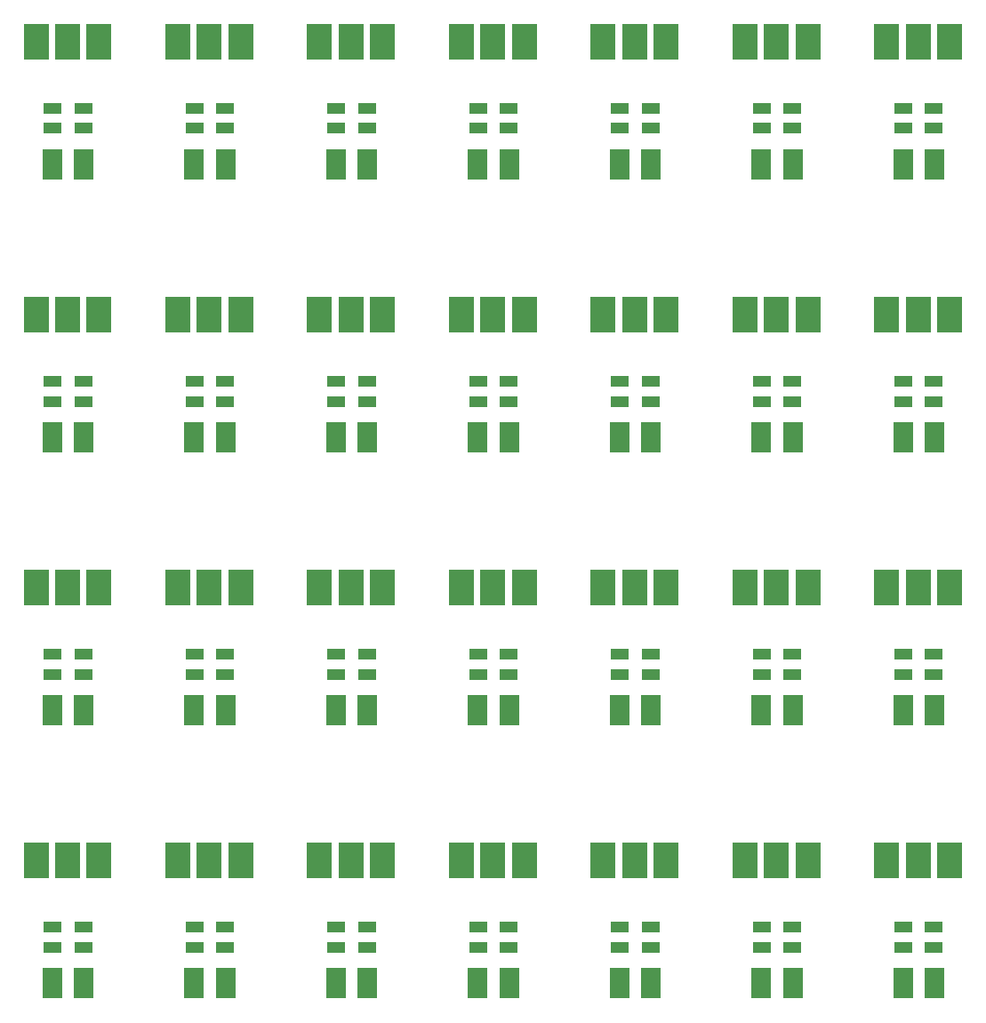
<source format=gbs>
G04 #@! TF.FileFunction,Soldermask,Bot*
%FSLAX46Y46*%
G04 Gerber Fmt 4.6, Leading zero omitted, Abs format (unit mm)*
G04 Created by KiCad (PCBNEW 4.0.5) date 03/17/17 16:41:40*
%MOMM*%
%LPD*%
G01*
G04 APERTURE LIST*
%ADD10C,0.100000*%
%ADD11R,2.400000X3.400000*%
%ADD12R,1.700000X1.100000*%
%ADD13R,1.900000X3.000000*%
G04 APERTURE END LIST*
D10*
D11*
X117900000Y-95600000D03*
X114900000Y-95600000D03*
X111900000Y-95600000D03*
X117900000Y-69600000D03*
X114900000Y-69600000D03*
X111900000Y-69600000D03*
D12*
X113500000Y-75950000D03*
X113500000Y-77850000D03*
X116400000Y-77850000D03*
X116400000Y-75950000D03*
D13*
X116450000Y-81250000D03*
X113450000Y-81250000D03*
X116450000Y-55250000D03*
X113450000Y-55250000D03*
D12*
X116400000Y-51850000D03*
X116400000Y-49950000D03*
X113500000Y-49950000D03*
X113500000Y-51850000D03*
D11*
X117900000Y-43600000D03*
X114900000Y-43600000D03*
X111900000Y-43600000D03*
X158400000Y-69600000D03*
X155400000Y-69600000D03*
X152400000Y-69600000D03*
D12*
X154000000Y-75950000D03*
X154000000Y-77850000D03*
X156900000Y-77850000D03*
X156900000Y-75950000D03*
D13*
X156950000Y-81250000D03*
X153950000Y-81250000D03*
X156950000Y-55250000D03*
X153950000Y-55250000D03*
D12*
X156900000Y-51850000D03*
X156900000Y-49950000D03*
X154000000Y-49950000D03*
X154000000Y-51850000D03*
D11*
X158400000Y-43600000D03*
X155400000Y-43600000D03*
X152400000Y-43600000D03*
X144900000Y-43600000D03*
X141900000Y-43600000D03*
X138900000Y-43600000D03*
D12*
X140500000Y-49950000D03*
X140500000Y-51850000D03*
X143400000Y-51850000D03*
X143400000Y-49950000D03*
D13*
X143450000Y-55250000D03*
X140450000Y-55250000D03*
X143450000Y-81250000D03*
X140450000Y-81250000D03*
D12*
X143400000Y-77850000D03*
X143400000Y-75950000D03*
X140500000Y-75950000D03*
X140500000Y-77850000D03*
D11*
X144900000Y-69600000D03*
X141900000Y-69600000D03*
X138900000Y-69600000D03*
X131400000Y-69600000D03*
X128400000Y-69600000D03*
X125400000Y-69600000D03*
D12*
X127000000Y-75950000D03*
X127000000Y-77850000D03*
X129900000Y-77850000D03*
X129900000Y-75950000D03*
D13*
X129950000Y-81250000D03*
X126950000Y-81250000D03*
X129950000Y-55250000D03*
X126950000Y-55250000D03*
D12*
X129900000Y-51850000D03*
X129900000Y-49950000D03*
X127000000Y-49950000D03*
X127000000Y-51850000D03*
D11*
X131400000Y-43600000D03*
X128400000Y-43600000D03*
X125400000Y-43600000D03*
X185400000Y-43600000D03*
X182400000Y-43600000D03*
X179400000Y-43600000D03*
D12*
X181000000Y-49950000D03*
X181000000Y-51850000D03*
X183900000Y-51850000D03*
X183900000Y-49950000D03*
D13*
X183950000Y-55250000D03*
X180950000Y-55250000D03*
X183950000Y-81250000D03*
X180950000Y-81250000D03*
D12*
X183900000Y-77850000D03*
X183900000Y-75950000D03*
X181000000Y-75950000D03*
X181000000Y-77850000D03*
D11*
X185400000Y-69600000D03*
X182400000Y-69600000D03*
X179400000Y-69600000D03*
X198900000Y-69600000D03*
X195900000Y-69600000D03*
X192900000Y-69600000D03*
D12*
X194500000Y-75950000D03*
X194500000Y-77850000D03*
X197400000Y-77850000D03*
X197400000Y-75950000D03*
D13*
X197450000Y-81250000D03*
X194450000Y-81250000D03*
X197450000Y-55250000D03*
X194450000Y-55250000D03*
D12*
X197400000Y-51850000D03*
X197400000Y-49950000D03*
X194500000Y-49950000D03*
X194500000Y-51850000D03*
D11*
X198900000Y-43600000D03*
X195900000Y-43600000D03*
X192900000Y-43600000D03*
X171900000Y-43600000D03*
X168900000Y-43600000D03*
X165900000Y-43600000D03*
D12*
X167500000Y-49950000D03*
X167500000Y-51850000D03*
X170400000Y-51850000D03*
X170400000Y-49950000D03*
D13*
X170450000Y-55250000D03*
X167450000Y-55250000D03*
X170450000Y-81250000D03*
X167450000Y-81250000D03*
D12*
X170400000Y-77850000D03*
X170400000Y-75950000D03*
X167500000Y-75950000D03*
X167500000Y-77850000D03*
D11*
X171900000Y-69600000D03*
X168900000Y-69600000D03*
X165900000Y-69600000D03*
X171900000Y-121600000D03*
X168900000Y-121600000D03*
X165900000Y-121600000D03*
D12*
X167500000Y-127950000D03*
X167500000Y-129850000D03*
X170400000Y-129850000D03*
X170400000Y-127950000D03*
D13*
X170450000Y-133250000D03*
X167450000Y-133250000D03*
X170450000Y-107250000D03*
X167450000Y-107250000D03*
D12*
X170400000Y-103850000D03*
X170400000Y-101950000D03*
X167500000Y-101950000D03*
X167500000Y-103850000D03*
D11*
X171900000Y-95600000D03*
X168900000Y-95600000D03*
X165900000Y-95600000D03*
X198900000Y-95600000D03*
X195900000Y-95600000D03*
X192900000Y-95600000D03*
D12*
X194500000Y-101950000D03*
X194500000Y-103850000D03*
X197400000Y-103850000D03*
X197400000Y-101950000D03*
D13*
X197450000Y-107250000D03*
X194450000Y-107250000D03*
X197450000Y-133250000D03*
X194450000Y-133250000D03*
D12*
X197400000Y-129850000D03*
X197400000Y-127950000D03*
X194500000Y-127950000D03*
X194500000Y-129850000D03*
D11*
X198900000Y-121600000D03*
X195900000Y-121600000D03*
X192900000Y-121600000D03*
X185400000Y-121600000D03*
X182400000Y-121600000D03*
X179400000Y-121600000D03*
D12*
X181000000Y-127950000D03*
X181000000Y-129850000D03*
X183900000Y-129850000D03*
X183900000Y-127950000D03*
D13*
X183950000Y-133250000D03*
X180950000Y-133250000D03*
X183950000Y-107250000D03*
X180950000Y-107250000D03*
D12*
X183900000Y-103850000D03*
X183900000Y-101950000D03*
X181000000Y-101950000D03*
X181000000Y-103850000D03*
D11*
X185400000Y-95600000D03*
X182400000Y-95600000D03*
X179400000Y-95600000D03*
X131400000Y-95600000D03*
X128400000Y-95600000D03*
X125400000Y-95600000D03*
D12*
X127000000Y-101950000D03*
X127000000Y-103850000D03*
X129900000Y-103850000D03*
X129900000Y-101950000D03*
D13*
X129950000Y-107250000D03*
X126950000Y-107250000D03*
X129950000Y-133250000D03*
X126950000Y-133250000D03*
D12*
X129900000Y-129850000D03*
X129900000Y-127950000D03*
X127000000Y-127950000D03*
X127000000Y-129850000D03*
D11*
X131400000Y-121600000D03*
X128400000Y-121600000D03*
X125400000Y-121600000D03*
X144900000Y-121600000D03*
X141900000Y-121600000D03*
X138900000Y-121600000D03*
D12*
X140500000Y-127950000D03*
X140500000Y-129850000D03*
X143400000Y-129850000D03*
X143400000Y-127950000D03*
D13*
X143450000Y-133250000D03*
X140450000Y-133250000D03*
X143450000Y-107250000D03*
X140450000Y-107250000D03*
D12*
X143400000Y-103850000D03*
X143400000Y-101950000D03*
X140500000Y-101950000D03*
X140500000Y-103850000D03*
D11*
X144900000Y-95600000D03*
X141900000Y-95600000D03*
X138900000Y-95600000D03*
X158400000Y-95600000D03*
X155400000Y-95600000D03*
X152400000Y-95600000D03*
D12*
X154000000Y-101950000D03*
X154000000Y-103850000D03*
X156900000Y-103850000D03*
X156900000Y-101950000D03*
D13*
X156950000Y-107250000D03*
X153950000Y-107250000D03*
X156950000Y-133250000D03*
X153950000Y-133250000D03*
D12*
X156900000Y-129850000D03*
X156900000Y-127950000D03*
X154000000Y-127950000D03*
X154000000Y-129850000D03*
D11*
X158400000Y-121600000D03*
X155400000Y-121600000D03*
X152400000Y-121600000D03*
D12*
X113500000Y-101950000D03*
X113500000Y-103850000D03*
X116400000Y-103850000D03*
X116400000Y-101950000D03*
D13*
X116450000Y-107250000D03*
X113450000Y-107250000D03*
X116450000Y-133250000D03*
X113450000Y-133250000D03*
D12*
X116400000Y-129850000D03*
X116400000Y-127950000D03*
X113500000Y-127950000D03*
X113500000Y-129850000D03*
D11*
X117900000Y-121600000D03*
X114900000Y-121600000D03*
X111900000Y-121600000D03*
M02*

</source>
